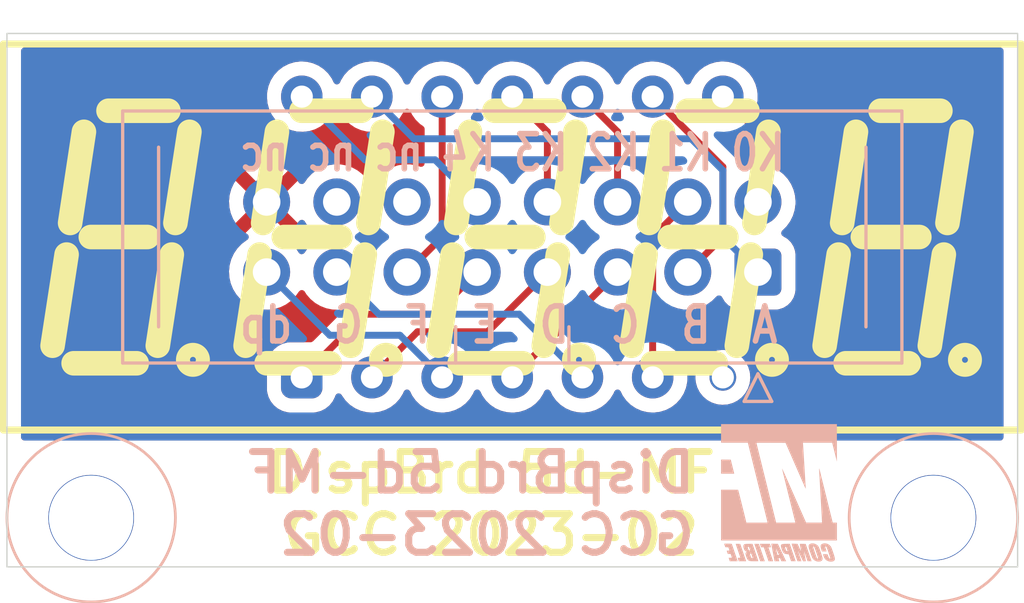
<source format=kicad_pcb>
(kicad_pcb (version 20211014) (generator pcbnew)
  (layers (0 "F.Cu" signal) (31 "B.Cu" signal) (36 "B.SilkS" user "B.Silkscreen") (37 "F.SilkS" user "F.Silkscreen") (38 "B.Mask" user) (39 "F.Mask" user) (44 "Edge.Cuts" user))
  (net 0 "")
  (net 1 "/K_SegA")
  (net 2 "/K_SegB")
  (net 3 "/K_SegC")
  (net 4 "/K_SegDP")
  (net 5 "/A0")
  (net 6 "/K_SegD")
  (net 7 "/K_SegE")
  (net 8 "/K_SegG")
  (net 9 "/K_SegF")
  (net 10 "/A1")
  (net 11 "/A2")
  (net 12 "/A3")
  (net 13 "/A4")
  (net 16 "unconnected-(P6-Pad16)")
  (footprint "GCC_Display:Disp7s5x_036" (layer "F.Cu") (at 69.088 43.18)
    (fp_text reference "S4" hide)
    (fp_text value "LEDDSP5_CA" hide)
    (fp_line (start 4.826 0.635) (end 4.318 3.93446) (layer "F.SilkS") (width 0.889))
    (fp_line (start 8.63346 0.635) (end 8.12546 3.93446) (layer "F.SilkS") (width 0.889))
    (fp_line (start 9.271 -3.80746) (end 8.763 -0.508) (layer "F.SilkS") (width 0.889))
    (fp_line (start -16.129 0.635) (end -16.637 3.93446) (layer "F.SilkS") (width 0.889))
    (fp_line (start 5.45338 -3.80746) (end 4.953 -0.508) (layer "F.SilkS") (width 0.889))
    (fp_line (start -15.50162 -3.80746) (end -16.002 -0.508) (layer "F.SilkS") (width 0.889))
    (fp_line (start -18.41246 6.985) (end 18.41246 6.985) (layer "F.SilkS") (width 0.254))
    (fp_line (start -14.61262 -4.56946) (end -12.446 -4.56946) (layer "F.SilkS") (width 0.889))
    (fp_line (start 5.08 4.56946) (end 7.36346 4.56946) (layer "F.SilkS") (width 0.889))
    (fp_line (start -15.875 4.56946) (end -13.59154 4.56946) (layer "F.SilkS") (width 0.889))
    (fp_line (start -5.33654 0.635) (end -5.84454 3.93446) (layer "F.SilkS") (width 0.889))
    (fp_line (start 7.747 0) (end 5.7023 0) (layer "F.SilkS") (width 0.889))
    (fp_line (start 11.811 0.635) (end 11.303 3.93446) (layer "F.SilkS") (width 0.889))
    (fp_line (start -1.905 4.56946) (end 0.37846 4.56946) (layer "F.SilkS") (width 0.889))
    (fp_line (start 16.256 -3.80746) (end 15.748 -0.508) (layer "F.SilkS") (width 0.889))
    (fp_line (start -18.41246 6.985) (end -18.41246 -6.985) (layer "F.SilkS") (width 0.254))
    (fp_line (start -1.53162 -3.80746) (end -2.032 -0.508) (layer "F.SilkS") (width 0.889))
    (fp_line (start -12.32154 0.635) (end -12.82954 3.93446) (layer "F.SilkS") (width 0.889))
    (fp_line (start -6.223 0) (end -8.2677 0) (layer "F.SilkS") (width 0.889))
    (fp_line (start -13.208 0) (end -15.2527 0) (layer "F.SilkS") (width 0.889))
    (fp_line (start 0.762 0) (end -1.2827 0) (layer "F.SilkS") (width 0.889))
    (fp_line (start 12.065 4.56946) (end 14.34846 4.56946) (layer "F.SilkS") (width 0.889))
    (fp_line (start 1.64846 0.635) (end 1.14046 3.93446) (layer "F.SilkS") (width 0.889))
    (fp_line (start -8.89 4.56946) (end -6.60654 4.56946) (layer "F.SilkS") (width 0.889))
    (fp_line (start 6.34238 -4.56946) (end 8.509 -4.56946) (layer "F.SilkS") (width 0.889))
    (fp_line (start 15.61846 0.635) (end 15.11046 3.93446) (layer "F.SilkS") (width 0.889))
    (fp_line (start 2.286 -3.80746) (end 1.778 -0.508) (layer "F.SilkS") (width 0.889))
    (fp_line (start 13.32738 -4.56946) (end 15.494 -4.56946) (layer "F.SilkS") (width 0.889))
    (fp_line (start -4.699 -3.80746) (end -5.207 -0.508) (layer "F.SilkS") (width 0.889))
    (fp_line (start -11.684 -3.80746) (end -12.192 -0.508) (layer "F.SilkS") (width 0.889))
    (fp_line (start -7.62762 -4.56946) (end -5.461 -4.56946) (layer "F.SilkS") (width 0.889))
    (fp_line (start -2.159 0.635) (end -2.667 3.93446) (layer "F.SilkS") (width 0.889))
    (fp_line (start 18.41246 -6.985) (end -18.41246 -6.985) (layer "F.SilkS") (width 0.254))
    (fp_line (start 14.732 0) (end 12.6873 0) (layer "F.SilkS") (width 0.889))
    (fp_line (start -9.144 0.635) (end -9.652 3.93446) (layer "F.SilkS") (width 0.889))
    (fp_line (start 18.41246 6.985) (end 18.41246 -6.985) (layer "F.SilkS") (width 0.254))
    (fp_line (start 12.43838 -3.80746) (end 11.938 -0.508) (layer "F.SilkS") (width 0.889))
    (fp_line (start -0.64262 -4.56946) (end 1.524 -4.56946) (layer "F.SilkS") (width 0.889))
    (fp_line (start -8.51662 -3.80746) (end -9.017 -0.508) (layer "F.SilkS") (width 0.889))
    (fp_circle (center -11.557 4.445) (end -11.303 4.18846) (layer "F.SilkS") (width 0.508) (fill none))
    (fp_circle (center 9.398 4.445) (end 9.652 4.18846) (layer "F.SilkS") (width 0.508) (fill none))
    (fp_circle (center 2.413 4.445) (end 2.667 4.18846) (layer "F.SilkS") (width 0.508) (fill none))
    (fp_circle (center -4.572 4.445) (end -4.318 4.18846) (layer "F.SilkS") (width 0.508) (fill none))
    (fp_circle (center 16.383 4.445) (end 16.637 4.18846) (layer "F.SilkS") (width 0.508) (fill none))
    (pad "1" thru_hole roundrect locked (at -7.62 5.08 90) (size 1.524 1.50114) (drill 0.8001) (layers *.Cu *.Mask) (net 7 "/K_SegE"))
    (pad "2" thru_hole oval locked (at -5.08 5.08 90) (size 1.524 1.4986) (drill 0.8001) (layers *.Cu *.Mask) (net 6 "/K_SegD"))
    (pad "3" thru_hole oval locked (at -2.54 5.08 90) (size 1.524 1.4986) (drill 0.8001) (layers *.Cu *.Mask) (net 4 "/K_SegDP"))
    (pad "4" thru_hole oval locked (at 0 5.08 90) (size 1.524 1.4986) (drill 0.8001) (layers *.Cu *.Mask) (net 3 "/K_SegC"))
    (pad "5" thru_hole oval locked (at 2.54 5.08 90) (size 1.524 1.4986) (drill 0.8001) (layers *.Cu *.Mask) (net 8 "/K_SegG"))
    (pad "6" thru_hole oval locked (at 5.08 5.08 90) (size 1.524 1.4986) (drill 0.8001) (layers *.Cu *.Mask) (net 10 "/A1"))
    (pad "7" thru_hole oval locked (at 7.62 5.08 90) (size 0.9652 0.9652) (drill 0.8001) (layers *.Cu *.Mask))
    (pad "8" thru_hole oval locked (at 7.62 -5.08 90) (size 1.524 1.4986) (drill 0.8001) (layers *.Cu *.Mask) (net 5 "/A0"))
    (pad "9" thru_hole oval locked (at 5.08 -5.08 90) (size 1.524 1.4986) (drill 0.8001) (layers *.Cu *.Mask) (net 2 "/K_SegB"))
    (pad "10" thru_hole oval locked (at 2.54 -5.08 90) (size 1.524 1.4986) (drill 0.8001) (layers *.Cu *.Mask) (net 11 "/A2"))
    (pad "11" thru_hole oval locked (at 0 -5.08 90) (size 1.524 1.4986) (drill 0.8001) (layers *.Cu *.Mask) (net 12 "/A3"))
    (pad "12" thru_hole oval locked (at -2.53746 -5.08 90) (size 1.524 1.4986) (drill 0.8001) (layers *.Cu *.Mask) (net 9 "/K_SegF"))
    (pad "13" thru_hole oval locked (at -5.08 -5.08 90) (size 1.524 1.4986) (drill 0.8001) (layers *.Cu *.Mask) (net 1 "/K_SegA"))
    (pad "14" thru_hole oval locked (at -7.61746 -5.08 90) (size 1.524 1.4986) (drill 0.8001) (layers *.Cu *.Mask) (net 13 "/A4"))
  )
  (footprint "GCC_holes:Hole3mm" (layer "B.Cu") (at 53.848 53.34)
    (fp_text reference "H7" hide)
    (fp_text value "MountingHole" hide)
    (fp_circle (center 0 0) (end 0 3.048) (layer "B.SilkS") (width 0.1) (fill none))
    (pad "" np_thru_hole circle locked (at 0 0) (size 3.1 3.1) (drill 3.05) (layers F&B.Cu *.Mask))
  )
  (footprint "GCC_holes:Hole3mm" (layer "B.Cu") (at 84.328 53.34)
    (fp_text reference "H8" hide)
    (fp_text value "MountingHole" hide)
    (fp_circle (center 0 0) (end 0 3.048) (layer "B.SilkS") (width 0.1) (fill none))
    (pad "" np_thru_hole circle locked (at 0 0) (size 3.1 3.1) (drill 3.05) (layers F&B.Cu *.Mask))
  )
  (footprint "GCC_Logos:MF_compatible_4.2x5mm" (layer "B.Cu") (at 78.74 52.451 180)
    (fp_text reference "G***")
    (fp_text value "LOGO" hide)
    (fp_poly (pts (xy 1.921737 -1.825681) (xy 1.948728 -1.826294) (xy 1.966702 -1.827486) (xy 1.977171 -1.829382) (xy 1.981649 -1.832112) (xy 1.982116 -1.833769) (xy 1.980159 -1.842719) (xy 1.974894 -1.860077) (xy 1.967228 -1.882965) (xy 1.961715 -1.898534) (xy 1.941314 -1.955004) (xy 1.83248 -1.958456) (xy 1.813915 -2.009761) (xy 1.805636 -2.033562) (xy 1.799259 -2.053649) (xy 1.795744 -2.066918) (xy 1.795351 -2.069788) (xy 1.797864 -2.07428) (xy 1.806767 -2.076983) (xy 1.824106 -2.078263) (xy 1.84399 -2.07851) (xy 1.869515 -2.079045) (xy 1.884519 -2.08081) (xy 1.89049 -2.084046) (xy 1.890627 -2.086041) (xy 1.887907 -2.09482) (xy 1.882305 -2.111995) (xy 1.87481 -2.134552) (xy 1.87087 -2.146288) (xy 1.853114 -2.199003) (xy 1.749693 -2.199003) (xy 1.727241 -2.263769) (xy 1.718309 -2.289933) (xy 1.711079 -2.31187) (xy 1.706349 -2.327113) (xy 1.704885 -2.333052) (xy 1.710524 -2.33496) (xy 1.725639 -2.336469) (xy 1.747659 -2.337386) (xy 1.764501 -2.337571) (xy 1.824022 -2.337571) (xy 1.802156 -2.400788) (xy 1.780289 -2.464006) (xy 1.636559 -2.464047) (xy 1.58954 -2.46393) (xy 1.553437 -2.463509) (xy 1.527122 -2.462723) (xy 1.509465 -2.461512) (xy 1.499335 -2.459816) (xy 1.495604 -2.457576) (xy 1.495632 -2.456558) (xy 1.498053 -2.449573) (xy 1.503982 -2.432252) (xy 1.513056 -2.40567) (xy 1.524909 -2.370898) (xy 1.539174 -2.329012) (xy 1.555486 -2.281083) (xy 1.573479 -2.228187) (xy 1.592788 -2.171396) (xy 1.603119 -2.141002) (xy 1.707801 -1.832978) (xy 1.747058 -1.829269) (xy 1.767034 -1.827967) (xy 1.795836 -1.826859) (xy 1.830237 -1.826034) (xy 1.867015 -1.825578) (xy 1.884215 -1.825517)) (layer "B.SilkS") (width 0) (fill solid))
    (fp_poly (pts (xy -1.175342 -1.818897) (xy -1.135408 -1.829202) (xy -1.105353 -1.845869) (xy -1.084987 -1.869241) (xy -1.074121 -1.899658) (xy -1.072568 -1.937462) (xy -1.080137 -1.982995) (xy -1.081538 -1.988566) (xy -1.087736 -2.010143) (xy -1.097193 -2.04012) (xy -1.109179 -2.076425) (xy -1.122963 -2.116988) (xy -1.137815 -2.159737) (xy -1.153002 -2.202602) (xy -1.167796 -2.243511) (xy -1.181464 -2.280393) (xy -1.193276 -2.311179) (xy -1.202501 -2.333796) (xy -1.206411 -2.342422) (xy -1.23366 -2.384771) (xy -1.270153 -2.420669) (xy -1.314235 -2.448803) (xy -1.364252 -2.467859) (xy -1.364587 -2.467949) (xy -1.393164 -2.473052) (xy -1.426739 -2.475251) (xy -1.460874 -2.474588) (xy -1.491133 -2.471107) (xy -1.509 -2.466533) (xy -1.540742 -2.449525) (xy -1.562778 -2.425435) (xy -1.574951 -2.394532) (xy -1.576945 -2.35982) (xy -1.415358 -2.35982) (xy -1.412806 -2.366201) (xy -1.404287 -2.367682) (xy -1.402439 -2.367694) (xy -1.387 -2.363336) (xy -1.376753 -2.355774) (xy -1.372001 -2.346959) (xy -1.364211 -2.328347) (xy -1.35394 -2.301584) (xy -1.341745 -2.268317) (xy -1.328183 -2.230191) (xy -1.313809 -2.188852) (xy -1.299182 -2.145946) (xy -1.284858 -2.103118) (xy -1.271392 -2.062015) (xy -1.259343 -2.024282) (xy -1.249266 -1.991566) (xy -1.241719 -1.965512) (xy -1.237257 -1.947766) (xy -1.236299 -1.940505) (xy -1.240942 -1.92694) (xy -1.250341 -1.924387) (xy -1.264597 -1.93283) (xy -1.267272 -1.935143) (xy -1.272671 -1.941783) (xy -1.279162 -1.95347) (xy -1.287154 -1.971242) (xy -1.297059 -1.996139) (xy -1.309284 -2.029201) (xy -1.32424 -2.071466) (xy -1.342337 -2.123974) (xy -1.346352 -2.135744) (xy -1.361931 -2.18184) (xy -1.376356 -2.225195) (xy -1.389127 -2.264257) (xy -1.399744 -2.29747) (xy -1.407707 -2.32328) (xy -1.412517 -2.340133) (xy -1.413651 -2.345102) (xy -1.415358 -2.35982) (xy -1.576945 -2.35982) (xy -1.577102 -2.357084) (xy -1.57662 -2.351575) (xy -1.573489 -2.335322) (xy -1.566773 -2.309671) (xy -1.557104 -2.27651) (xy -1.545111 -2.237726) (xy -1.531428 -2.19521) (xy -1.516684 -2.150849) (xy -1.501512 -2.106532) (xy -1.486542 -2.064148) (xy -1.472406 -2.025585) (xy -1.459736 -1.992732) (xy -1.449163 -1.967477) (xy -1.445771 -1.960151) (xy -1.425991 -1.924243) (xy -1.405082 -1.897123) (xy -1.393336 -1.885714) (xy -1.347878 -1.852943) (xy -1.297934 -1.830146) (xy -1.245407 -1.817904) (xy -1.192199 -1.816803)) (layer "B.SilkS") (width 0) (fill solid))
    (fp_poly (pts (xy 2.096584 0.704886) (xy 1.619678 0.704886) (xy 1.623942 0.724301) (xy 1.6263 0.734308) (xy 1.631221 0.754636) (xy 1.638368 0.783911) (xy 1.647404 0.820758) (xy 1.657992 0.863803) (xy 1.669794 0.911672) (xy 1.682473 0.962992) (xy 1.686395 0.978844) (xy 1.744583 1.213971) (xy 1.920584 1.215568) (xy 2.096584 1.217165)) (layer "B.SilkS") (width 0) (fill solid))
    (fp_poly (pts (xy 1.036267 -1.831876) (xy 1.073292 -1.832224) (xy 1.094983 -1.832512) (xy 1.139937 -1.833261) (xy 1.174501 -1.834122) (xy 1.200332 -1.83524) (xy 1.219091 -1.836754) (xy 1.232434 -1.838809) (xy 1.242021 -1.841545) (xy 1.249511 -1.845105) (xy 1.250808 -1.845871) (xy 1.272377 -1.864597) (xy 1.285094 -1.889649) (xy 1.289048 -1.921607) (xy 1.284328 -1.96105) (xy 1.274371 -1.998372) (xy 1.260668 -2.036173) (xy 1.245611 -2.064394) (xy 1.226979 -2.085474) (xy 1.202549 -2.101852) (xy 1.170098 -2.115967) (xy 1.165773 -2.117548) (xy 1.158043 -2.121056) (xy 1.160416 -2.124215) (xy 1.168782 -2.127673) (xy 1.189086 -2.138261) (xy 1.202745 -2.152651) (xy 1.209874 -2.172046) (xy 1.210584 -2.197649) (xy 1.20499 -2.230662) (xy 1.193202 -2.272287) (xy 1.184716 -2.297582) (xy 1.16675 -2.345182) (xy 1.149172 -2.382297) (xy 1.1307 -2.410375) (xy 1.110051 -2.430865) (xy 1.085946 -2.445214) (xy 1.057101 -2.45487) (xy 1.042765 -2.45797) (xy 1.027781 -2.459754) (xy 1.004523 -2.461236) (xy 0.974958 -2.462407) (xy 0.941057 -2.463262) (xy 0.904787 -2.463791) (xy 0.868117 -2.463987) (xy 0.833016 -2.463843) (xy 0.801451 -2.46335) (xy 0.775393 -2.462502) (xy 0.756809 -2.46129) (xy 0.747668 -2.459707) (xy 0.747059 -2.459119) (xy 0.748948 -2.452635) (xy 0.754381 -2.435807) (xy 0.763001 -2.409694) (xy 0.774455 -2.375354) (xy 0.78467 -2.344919) (xy 0.953566 -2.344919) (xy 0.95452 -2.352199) (xy 0.958568 -2.354893) (xy 0.965558 -2.354134) (xy 0.975341 -2.351052) (xy 0.98066 -2.349192) (xy 0.992232 -2.342815) (xy 1.002693 -2.331243) (xy 1.012993 -2.312803) (xy 1.024082 -2.285819) (xy 1.03584 -2.251875) (xy 1.044362 -2.222681) (xy 1.047209 -2.20265) (xy 1.044169 -2.190202) (xy 1.035028 -2.183759) (xy 1.026404 -2.182106) (xy 1.012978 -2.182373) (xy 1.005353 -2.188765) (xy 1.000444 -2.20018) (xy 0.983682 -2.247342) (xy 0.970763 -2.284266) (xy 0.961537 -2.312083) (xy 0.955855 -2.331924) (xy 0.953566 -2.344919) (xy 0.78467 -2.344919) (xy 0.788387 -2.333844) (xy 0.804443 -2.286223) (xy 0.822268 -2.233549) (xy 0.841508 -2.176879) (xy 0.85249 -2.14461) (xy 0.872337 -2.086302) (xy 0.877545 -2.070979) (xy 1.043808 -2.070979) (xy 1.045081 -2.077542) (xy 1.053759 -2.07903) (xy 1.066629 -2.076075) (xy 1.080484 -2.069308) (xy 1.089759 -2.061942) (xy 1.100924 -2.046284) (xy 1.112345 -2.022896) (xy 1.120169 -2.001711) (xy 1.127675 -1.974243) (xy 1.129098 -1.955892) (xy 1.124015 -1.945141) (xy 1.112007 -1.940472) (xy 1.103058 -1.939943) (xy 1.095709 -1.940698) (xy 1.089898 -1.944308) (xy 1.084442 -1.952788) (xy 1.078159 -1.968151) (xy 1.069866 -1.992413) (xy 1.06682 -2.001696) (xy 1.058278 -2.02773) (xy 1.05096 -2.049852) (xy 1.045771 -2.06533) (xy 1.043808 -2.070979) (xy 0.877545 -2.070979) (xy 0.890965 -2.031494) (xy 0.90802 -1.981234) (xy 0.92315 -1.936567) (xy 0.936001 -1.898539) (xy 0.946217 -1.868196) (xy 0.953447 -1.846586) (xy 0.957336 -1.834754) (xy 0.957922 -1.832791) (xy 0.963664 -1.832224) (xy 0.979763 -1.83188) (xy 1.004527 -1.831763)) (layer "B.SilkS") (width 0) (fill solid))
    (fp_poly (pts (xy -1.599314 -1.821431) (xy -1.562207 -1.834941) (xy -1.534375 -1.85194) (xy -1.516856 -1.872029) (xy -1.508344 -1.897557) (xy -1.507531 -1.93087) (xy -1.507676 -1.932873) (xy -1.510919 -1.955524) (xy -1.517281 -1.985183) (xy -1.525755 -2.017536) (xy -1.532853 -2.040856) (xy -1.554968 -2.108633) (xy -1.634995 -2.108633) (xy -1.664847 -2.108387) (xy -1.690177 -2.107714) (xy -1.708645 -2.10671) (xy -1.717908 -2.105471) (xy -1.718471 -2.105184) (xy -1.717907 -2.098537) (xy -1.713983 -2.082671) (xy -1.707302 -2.059744) (xy -1.69847 -2.031917) (xy -1.695301 -2.02237) (xy -1.685825 -1.993003) (xy -1.678267 -1.967415) (xy -1.673257 -1.94791) (xy -1.671423 -1.936791) (xy -1.67158 -1.935449) (xy -1.679579 -1.929018) (xy -1.693166 -1.928622) (xy -1.707793 -1.933788) (xy -1.715831 -1.940044) (xy -1.720522 -1.948622) (xy -1.728428 -1.967146) (xy -1.738986 -1.994121) (xy -1.751633 -2.028052) (xy -1.765804 -2.067444) (xy -1.780937 -2.110801) (xy -1.78795 -2.131327) (xy -1.807649 -2.189406) (xy -1.823714 -2.237096) (xy -1.836376 -2.27542) (xy -1.845864 -2.305401) (xy -1.852408 -2.328065) (xy -1.856237 -2.344434) (xy -1.857581 -2.355533) (xy -1.85667 -2.362384) (xy -1.853732 -2.366012) (xy -1.848999 -2.367441) (xy -1.8427 -2.367695) (xy -1.840968 -2.367694) (xy -1.830168 -2.365682) (xy -1.820379 -2.358654) (xy -1.810626 -2.345122) (xy -1.799937 -2.323599) (xy -1.787339 -2.292598) (xy -1.781238 -2.276376) (xy -1.755933 -2.20804) (xy -1.67823 -2.206347) (xy -1.648641 -2.206093) (xy -1.623399 -2.206613) (xy -1.604952 -2.207803) (xy -1.595748 -2.209559) (xy -1.59533 -2.20985) (xy -1.595315 -2.217196) (xy -1.59915 -2.233039) (xy -1.605938 -2.254801) (xy -1.614783 -2.279904) (xy -1.62479 -2.30577) (xy -1.63506 -2.32982) (xy -1.642231 -2.344788) (xy -1.670431 -2.387095) (xy -1.70731 -2.422152) (xy -1.751438 -2.449266) (xy -1.801386 -2.467746) (xy -1.855723 -2.4769) (xy -1.91302 -2.476036) (xy -1.913327 -2.476004) (xy -1.950329 -2.46813) (xy -1.981815 -2.453607) (xy -2.005376 -2.433734) (xy -2.013588 -2.421916) (xy -2.01954 -2.40836) (xy -2.022921 -2.392942) (xy -2.023503 -2.374423) (xy -2.021056 -2.351563) (xy -2.015353 -2.323125) (xy -2.006167 -2.287869) (xy -1.993267 -2.244557) (xy -1.976428 -2.19195) (xy -1.964719 -2.15655) (xy -1.949713 -2.112225) (xy -1.934881 -2.069624) (xy -1.920929 -2.030687) (xy -1.908563 -1.997354) (xy -1.898491 -1.971562) (xy -1.891418 -1.955252) (xy -1.891309 -1.955031) (xy -1.864789 -1.913739) (xy -1.830003 -1.878681) (xy -1.788873 -1.850559) (xy -1.743318 -1.830071) (xy -1.69526 -1.81792) (xy -1.646618 -1.814806)) (layer "B.SilkS") (width 0) (fill solid))
    (fp_poly (pts (xy -0.463819 -1.827622) (xy -0.458836 -1.828537) (xy -0.458458 -1.830721) (xy -0.459267 -1.835951) (xy -0.461492 -1.84493) (xy -0.465364 -1.858359) (xy -0.471115 -1.87694) (xy -0.478975 -1.901377) (xy -0.489175 -1.932371) (xy -0.501947 -1.970624) (xy -0.51752 -2.016839) (xy -0.536125 -2.071717) (xy -0.557994 -2.135962) (xy -0.583357 -2.210274) (xy -0.608853 -2.284855) (xy -0.67016 -2.464089) (xy -0.741745 -2.464089) (xy -0.769507 -2.463885) (xy -0.792252 -2.463329) (xy -0.80764 -2.462506) (xy -0.81333 -2.461501) (xy -0.81333 -2.461495) (xy -0.811458 -2.455383) (xy -0.806141 -2.439199) (xy -0.797825 -2.414274) (xy -0.786957 -2.381937) (xy -0.773985 -2.343521) (xy -0.759355 -2.300356) (xy -0.747187 -2.264561) (xy -0.731634 -2.218707) (xy -0.717463 -2.176628) (xy -0.705111 -2.139643) (xy -0.695013 -2.10907) (xy -0.687607 -2.086231) (xy -0.683329 -2.072443) (xy -0.682444 -2.068821) (xy -0.685234 -2.073746) (xy -0.69256 -2.088382) (xy -0.703844 -2.111527) (xy -0.718509 -2.141983) (xy -0.735975 -2.178547) (xy -0.755666 -2.22002) (xy -0.777004 -2.265203) (xy -0.777204 -2.265628) (xy -0.870565 -2.463835) (xy -0.923686 -2.463962) (xy -0.949078 -2.4638) (xy -0.964555 -2.462867) (xy -0.97225 -2.460721) (xy -0.974293 -2.456918) (xy -0.97366 -2.453546) (xy -0.971025 -2.442641) (xy -0.966735 -2.422471) (xy -0.961123 -2.394797) (xy -0.954523 -2.361379) (xy -0.947266 -2.32398) (xy -0.939686 -2.28436) (xy -0.932115 -2.24428) (xy -0.924886 -2.205501) (xy -0.918331 -2.169785) (xy -0.912784 -2.138892) (xy -0.908577 -2.114584) (xy -0.906043 -2.098621) (xy -0.905501 -2.092776) (xy -0.907959 -2.097648) (xy -0.913779 -2.112625) (xy -0.92249 -2.136389) (xy -0.933621 -2.167621) (xy -0.946699 -2.205003) (xy -0.961252 -2.247217) (xy -0.97096 -2.275682) (xy -1.03393 -2.461077) (xy -1.107101 -2.462766) (xy -1.180273 -2.464455) (xy -1.092558 -2.206717) (xy -1.073639 -2.151126) (xy -1.05523 -2.097034) (xy -1.048926 -2.07851) (xy -0.9037 -2.07851) (xy -0.901496 -2.083469) (xy -0.899684 -2.082527) (xy -0.898963 -2.075377) (xy -0.899684 -2.074494) (xy -0.903265 -2.075321) (xy -0.9037 -2.07851) (xy -1.048926 -2.07851) (xy -1.037841 -2.045938) (xy -1.021982 -1.999338) (xy -1.008162 -1.95873) (xy -0.996891 -1.925611) (xy -0.988679 -1.901481) (xy -0.985366 -1.891745) (xy -0.965889 -1.834511) (xy -0.859486 -1.832866) (xy -0.821018 -1.832377) (xy -0.79299 -1.832358) (xy -0.773801 -1.83293) (xy -0.761847 -1.834211) (xy -0.755525 -1.836323) (xy -0.753232 -1.839385) (xy -0.753084 -1.840838) (xy -0.754213 -1.849436) (xy -0.757369 -1.867935) (xy -0.7622 -1.894424) (xy -0.768355 -1.926991) (xy -0.775484 -1.963725) (xy -0.777541 -1.974164) (xy -0.784722 -2.011123) (xy -0.790849 -2.043898) (xy -0.795612 -2.070718) (xy -0.798699 -2.089813) (xy -0.7998 -2.099413) (xy -0.79969 -2.100183) (xy -0.796627 -2.095611) (xy -0.78923 -2.08154) (xy -0.778209 -2.059413) (xy -0.764274 -2.030671) (xy -0.748136 -1.996759) (xy -0.734566 -1.967842) (xy -0.671751 -1.833193) (xy -0.56728 -1.828875) (xy -0.53298 -1.827685) (xy -0.502948 -1.827075) (xy -0.479217 -1.827052)) (layer "B.SilkS") (width 0) (fill solid))
    (fp_poly (pts (xy 1.539072 -1.832697) (xy 1.557093 -1.833406) (xy 1.565896 -1.834558) (xy 1.566414 -1.834975) (xy 1.564555 -1.841022) (xy 1.5593 -1.857052) (xy 1.551129 -1.88164) (xy 1.540525 -1.913361) (xy 1.527968 -1.950789) (xy 1.513939 -1.992499) (xy 1.498921 -2.037066) (xy 1.483394 -2.083065) (xy 1.467839 -2.12907) (xy 1.452739 -2.173657) (xy 1.438573 -2.2154) (xy 1.425824 -2.252873) (xy 1.414973 -2.284653) (xy 1.4065 -2.309313) (xy 1.400888 -2.325428) (xy 1.39923 -2.33004) (xy 1.401001 -2.33397) (xy 1.410897 -2.336352) (xy 1.430454 -2.337436) (xy 1.445276 -2.337571) (xy 1.467823 -2.338049) (xy 1.484861 -2.339322) (xy 1.493558 -2.341145) (xy 1.494118 -2.34178) (xy 1.492347 -2.348935) (xy 1.487568 -2.36491) (xy 1.480581 -2.387092) (xy 1.474762 -2.405039) (xy 1.455407 -2.464089) (xy 1.187563 -2.464089) (xy 1.269193 -2.224608) (xy 1.287831 -2.169918) (xy 1.306256 -2.115822) (xy 1.323883 -2.064048) (xy 1.340124 -2.016321) (xy 1.354391 -1.974368) (xy 1.366097 -1.939914) (xy 1.374655 -1.914687) (xy 1.376302 -1.909819) (xy 1.401782 -1.834511) (xy 1.484098 -1.832835) (xy 1.514013 -1.832488)) (layer "B.SilkS") (width 0) (fill solid))
    (fp_poly (pts (xy 2.096584 1.825475) (xy 1.127077 1.825475) (xy 1.12109 1.802882) (xy 1.11581 1.781949) (xy 1.110232 1.758398) (xy 1.109052 1.753179) (xy 1.106693 1.743244) (xy 1.10166 1.722536) (xy 1.09418 1.691977) (xy 1.084481 1.652487) (xy 1.072789 1.604989) (xy 1.059331 1.550404) (xy 1.044335 1.489653) (xy 1.028028 1.423659) (xy 1.010636 1.353342) (xy 0.992388 1.279625) (xy 0.982095 1.23807) (xy 0.960997 1.152904) (xy 0.938801 1.063286) (xy 0.915962 0.971055) (xy 0.892936 0.878048) (xy 0.870177 0.786107) (xy 0.848141 0.697069) (xy 0.827284 0.612773) (xy 0.808059 0.53506) (xy 0.790924 0.465767) (xy 0.779292 0.418715) (xy 0.765265 0.361975) (xy 0.748722 0.295087) (xy 0.730048 0.219598) (xy 0.709623 0.137056) (xy 0.687833 0.049008) (xy 0.665059 -0.042998) (xy 0.641685 -0.137415) (xy 0.618093 -0.232696) (xy 0.594667 -0.327292) (xy 0.571791 -0.419657) (xy 0.55655 -0.481182) (xy 0.536589 -0.561839) (xy 0.517472 -0.639251) (xy 0.499395 -0.712609) (xy 0.482558 -0.781104) (xy 0.467157 -0.843926) (xy 0.453389 -0.900265) (xy 0.441454 -0.949313) (xy 0.431547 -0.99026) (xy 0.423868 -1.022297) (xy 0.418612 -1.044615) (xy 0.415979 -1.056403) (xy 0.415702 -1.058044) (xy 0.417252 -1.05976) (xy 0.422443 -1.06123) (xy 0.432085 -1.062474) (xy 0.446989 -1.063508) (xy 0.467965 -1.06435) (xy 0.495823 -1.065018) (xy 0.531373 -1.065529) (xy 0.575427 -1.065901) (xy 0.628794 -1.066152) (xy 0.692286 -1.0663) (xy 0.766711 -1.066361) (xy 0.797666 -1.066366) (xy 1.17963 -1.066366) (xy 1.204373 -0.965453) (xy 1.233853 -0.845388) (xy 1.262266 -0.729993) (xy 1.28949 -0.61976) (xy 1.3154 -0.515182) (xy 1.339871 -0.41675) (xy 1.36278 -0.324958) (xy 1.384002 -0.240298) (xy 1.403413 -0.163261) (xy 1.420889 -0.09434) (xy 1.436306 -0.034028) (xy 1.44954 0.017183) (xy 1.460467 0.058801) (xy 1.468961 0.090334) (xy 1.474901 0.11129) (xy 1.47816 0.121175) (xy 1.478596 0.121908) (xy 1.485722 0.122772) (xy 1.503733 0.123583) (xy 1.531465 0.124326) (xy 1.567752 0.124983) (xy 1.611431 0.125537) (xy 1.661337 0.125972) (xy 1.716305 0.126271) (xy 1.775172 0.126416) (xy 1.790832 0.126426) (xy 2.096584 0.126518) (xy 2.096584 -1.711005) (xy -2.096584 -1.711005) (xy -2.096584 -1.066366) (xy -1.946432 -1.066366) (xy -1.940139 -1.042996) (xy -1.937648 -1.033278) (xy -1.932517 -1.012885) (xy -1.925003 -0.98284) (xy -1.915358 -0.944164) (xy -1.903838 -0.89788) (xy -1.890697 -0.845009) (xy -1.876189 -0.786574) (xy -1.860568 -0.723598) (xy -1.844089 -0.657101) (xy -1.834842 -0.619763) (xy -1.816649 -0.546293) (xy -1.796065 -0.463187) (xy -1.773601 -0.372504) (xy -1.749767 -0.276303) (xy -1.725073 -0.176642) (xy -1.700029 -0.075582) (xy -1.675146 0.024821) (xy -1.650934 0.122505) (xy -1.627902 0.215413) (xy -1.612599 0.277135) (xy -1.593576 0.353885) (xy -1.575127 0.428365) (xy -1.557496 0.499591) (xy -1.540927 0.566579) (xy -1.525661 0.628344) (xy -1.511943 0.683902) (xy -1.500015 0.732269) (xy -1.490121 0.77246) (xy -1.482503 0.803491) (xy -1.477405 0.824377) (xy -1.475711 0.831404) (xy -1.469357 0.856535) (xy -1.463431 0.877326) (xy -1.458786 0.890907) (xy -1.457003 0.894362) (xy -1.455242 0.89534) (xy -1.453898 0.893297) (xy -1.452998 0.887418) (xy -1.452571 0.87689) (xy -1.452645 0.860899) (xy -1.453247 0.838632) (xy -1.454407 0.809275) (xy -1.456152 0.772015) (xy -1.458511 0.726037) (xy -1.46151 0.670528) (xy -1.46518 0.604674) (xy -1.469547 0.527662) (xy -1.46987 0.521998) (xy -1.47375 0.453933) (xy -1.478167 0.376378) (xy -1.482975 0.291871) (xy -1.48803 0.202952) (xy -1.493188 0.112161) (xy -1.498305 0.022036) (xy -1.503236 -0.064883) (xy -1.507837 -0.146056) (xy -1.509119 -0.16869) (xy -1.513438 -0.244923) (xy -1.518003 -0.325456) (xy -1.522691 -0.408105) (xy -1.527378 -0.490682) (xy -1.531939 -0.571001) (xy -1.53625 -0.646877) (xy -1.540187 -0.716122) (xy -1.543627 -0.776551) (xy -1.545035 -0.801281) (xy -1.548027 -0.855671) (xy -1.550604 -0.906331) (xy -1.552718 -0.951996) (xy -1.554321 -0.991404) (xy -1.555363 -1.023291) (xy -1.555795 -1.046394) (xy -1.555568 -1.059449) (xy -1.555129 -1.061907) (xy -1.548374 -1.062797) (xy -1.530767 -1.063565) (xy -1.503506 -1.064198) (xy -1.467788 -1.064685) (xy -1.42481 -1.065012) (xy -1.37577 -1.065167) (xy -1.321864 -1.065138) (xy -1.265549 -1.064919) (xy -0.980468 -1.063354) (xy -0.711001 -0.45185) (xy -0.670979 -0.361031) (xy -0.629427 -0.266744) (xy -0.58696 -0.170382) (xy -0.544193 -0.073344) (xy -0.501741 0.022977) (xy -0.460219 0.117184) (xy -0.420243 0.207882) (xy -0.382427 0.293674) (xy -0.347387 0.373165) (xy -0.315738 0.44496) (xy -0.288095 0.507662) (xy -0.278636 0.529117) (xy -0.250962 0.591681) (xy -0.224664 0.650742) (xy -0.200146 0.705416) (xy -0.177814 0.754818) (xy -0.158073 0.798064) (xy -0.141327 0.834269) (xy -0.127982 0.862549) (xy -0.118442 0.88202) (xy -0.113112 0.891797) (xy -0.112138 0.892754) (xy -0.111964 0.89089) (xy -0.11246 0.886527) (xy -0.113737 0.879215) (xy -0.115904 0.868502) (xy -0.11907 0.853938) (xy -0.123346 0.835072) (xy -0.128841 0.811453) (xy -0.135666 0.78263) (xy -0.143929 0.748154) (xy -0.153742 0.707572) (xy -0.165213 0.660435) (xy -0.178452 0.606291) (xy -0.19357 0.54469) (xy -0.210675 0.475181) (xy -0.229879 0.397314) (xy -0.25129 0.310637) (xy -0.275019 0.214699) (xy -0.301175 0.109051) (xy -0.329868 -0.006759) (xy -0.361208 -0.133181) (xy -0.395304 -0.270667) (xy -0.409611 -0.328344) (xy -0.438765 -0.445899) (xy -0.465084 -0.552088) (xy -0.488647 -0.647237) (xy -0.509535 -0.73167) (xy -0.527827 -0.805712) (xy -0.543605 -0.86969) (xy -0.556946 -0.923928) (xy -0.567933 -0.968752) (xy -0.576645 -1.004487) (xy -0.583161 -1.031458) (xy -0.587562 -1.04999) (xy -0.589929 -1.06041) (xy -0.590418 -1.063064) (xy -0.58457 -1.063668) (xy -0.567738 -1.064237) (xy -0.540984 -1.064759) (xy -0.505373 -1.065226) (xy -0.461969 -1.065626) (xy -0.411836 -1.06595) (xy -0.356038 -1.066188) (xy -0.295639 -1.066329) (xy -0.244231 -1.066366) (xy 0.101955 -1.066366) (xy 0.108001 -1.043773) (xy 0.110354 -1.034546) (xy 0.115372 -1.014532) (xy 0.122829 -0.984643) (xy 0.132498 -0.945789) (xy 0.144154 -0.898882) (xy 0.157571 -0.844832) (xy 0.172522 -0.78455) (xy 0.18878 -0.718947) (xy 0.206121 -0.648935) (xy 0.224318 -0.575424) (xy 0.234769 -0.533183) (xy 0.256891 -0.443762) (xy 0.280908 -0.346689) (xy 0.306255 -0.244241) (xy 0.33237 -0.138699) (xy 0.358688 -0.03234) (xy 0.384645 0.072556) (xy 0.409678 0.173711) (xy 0.433222 0.268847) (xy 0.454714 0.355684) (xy 0.464351 0.394616) (xy 0.502601 0.54916) (xy 0.538051 0.692417) (xy 0.570802 0.824795) (xy 0.600953 0.946701) (xy 0.628604 1.058543) (xy 0.653856 1.160729) (xy 0.676809 1.253667) (xy 0.697564 1.337764) (xy 0.716219 1.413429) (xy 0.732875 1.481069) (xy 0.747634 1.541092) (xy 0.760593 1.593906) (xy 0.771855 1.639919) (xy 0.781519 1.679538) (xy 0.789685 1.713172) (xy 0.796453 1.741227) (xy 0.801923 1.764113) (xy 0.806197 1.782237) (xy 0.809373 1.796006) (xy 0.811552 1.805829) (xy 0.812834 1.812113) (xy 0.81332 1.815266) (xy 0.81333 1.815526) (xy 0.812682 1.817276) (xy 0.810248 1.818805) (xy 0.805288 1.820124) (xy 0.797068 1.821247) (xy 0.784849 1.822184) (xy 0.767893 1.822947) (xy 0.745465 1.823549) (xy 0.716826 1.824002) (xy 0.681239 1.824316) (xy 0.637968 1.824505) (xy 0.586274 1.82458) (xy 0.525421 1.824553) (xy 0.454671 1.824436) (xy 0.373288 1.82424) (xy 0.288409 1.824002) (xy -0.236512 1.822462) (xy -0.590921 1.012145) (xy -0.640537 0.898703) (xy -0.685548 0.79579) (xy -0.72618 0.702897) (xy -0.76266 0.619512) (xy -0.795213 0.545128) (xy -0.824066 0.479233) (xy -0.849444 0.421318) (xy -0.871574 0.370873) (xy -0.890681 0.327389) (xy -0.906992 0.290355) (xy -0.920733 0.259262) (xy -0.932129 0.233601) (xy -0.941407 0.21286) (xy -0.948793 0.196532) (xy -0.954512 0.184105) (xy -0.958791 0.17507) (xy -0.961856 0.168917) (xy -0.963933 0.165137) (xy -0.965247 0.163219) (xy -0.966025 0.162655) (xy -0.966493 0.162933) (xy -0.966877 0.163545) (xy -0.967062 0.163773) (xy -0.967341 0.1702) (xy -0.966909 0.18719) (xy -0.965834 0.213285) (xy -0.964186 0.247022) (xy -0.962033 0.286943) (xy -0.959445 0.331586) (xy -0.957974 0.355802) (xy -0.953534 0.427911) (xy -0.948487 0.510133) (xy -0.94295 0.600551) (xy -0.937038 0.69725) (xy -0.93087 0.798315) (xy -0.92456 0.901831) (xy -0.918227 1.005881) (xy -0.911986 1.108551) (xy -0.905955 1.207924) (xy -0.900249 1.302086) (xy -0.894987 1.389122) (xy -0.890283 1.467114) (xy -0.888658 1.494118) (xy -0.885325 1.549099) (xy -0.88207 1.601954) (xy -0.878992 1.651101) (xy -0.876195 1.694954) (xy -0.873778 1.73193) (xy -0.871844 1.760444) (xy -0.870493 1.778914) (xy -0.870257 1.781796) (xy -0.866524 1.825475) (xy -1.925416 1.825475) (xy -2.010549 1.483575) (xy -2.095683 1.141675) (xy -2.096134 1.820956) (xy -2.096584 2.500237) (xy 2.096584 2.500237)) (layer "B.SilkS") (width 0) (fill solid))
    (fp_poly (pts (xy 0.669518 -1.894716) (xy 0.647652 -1.957934) (xy 0.598698 -1.957975) (xy 0.549743 -1.958017) (xy 0.378055 -2.464089) (xy 0.211783 -2.464089) (xy 0.289182 -2.236658) (xy 0.306526 -2.18573) (xy 0.322982 -2.137483) (xy 0.338071 -2.093315) (xy 0.351315 -2.054623) (xy 0.362234 -2.022805) (xy 0.37035 -1.999259) (xy 0.375185 -1.985382) (xy 0.375813 -1.983622) (xy 0.385044 -1.958017) (xy 0.337114 -1.958017) (xy 0.3148 -1.95753) (xy 0.298021 -1.956236) (xy 0.289638 -1.954386) (xy 0.289184 -1.953808) (xy 0.290955 -1.946652) (xy 0.295733 -1.930678) (xy 0.302721 -1.908496) (xy 0.308539 -1.890548) (xy 0.327894 -1.831499) (xy 0.691384 -1.831499)) (layer "B.SilkS") (width 0) (fill solid))
    (fp_poly (pts (xy -0.259538 -1.832594) (xy -0.209481 -1.833614) (xy -0.170014 -1.835268) (xy -0.139681 -1.837915) (xy -0.117028 -1.841918) (xy -0.100597 -1.847634) (xy -0.088934 -1.855427) (xy -0.080583 -1.865655) (xy -0.074167 -1.878487) (xy -0.069932 -1.891814) (xy -0.068492 -1.906641) (xy -0.070157 -1.924929) (xy -0.075239 -1.94864) (xy -0.084049 -1.979734) (xy -0.0964 -2.018653) (xy -0.114478 -2.070455) (xy -0.132062 -2.111654) (xy -0.150561 -2.143544) (xy -0.171384 -2.167421) (xy -0.195939 -2.18458) (xy -0.225635 -2.196316) (xy -0.26188 -2.203924) (xy -0.302818 -2.208439) (xy -0.352503 -2.21247) (xy -0.394913 -2.336773) (xy -0.437322 -2.461077) (xy -0.520606 -2.462757) (xy -0.554862 -2.463223) (xy -0.578562 -2.462932) (xy -0.593179 -2.461774) (xy -0.600189 -2.459638) (xy -0.601194 -2.456733) (xy -0.598805 -2.449713) (xy -0.592922 -2.432351) (xy -0.583907 -2.405719) (xy -0.572125 -2.370891) (xy -0.557938 -2.32894) (xy -0.541708 -2.280939) (xy -0.5238 -2.227961) (xy -0.504575 -2.171078) (xy -0.494022 -2.139852) (xy -0.479401 -2.096584) (xy -0.312393 -2.096584) (xy -0.294764 -2.096584) (xy -0.277754 -2.092762) (xy -0.26583 -2.08528) (xy -0.259145 -2.074865) (xy -0.250335 -2.056019) (xy -0.240768 -2.031843) (xy -0.235141 -2.015789) (xy -0.225526 -1.984301) (xy -0.221268 -1.962379) (xy -0.22256 -1.948702) (xy -0.229593 -1.94195) (xy -0.242561 -1.940803) (xy -0.246002 -1.941144) (xy -0.252463 -1.942879) (xy -0.258076 -1.947573) (xy -0.263787 -1.957058) (xy -0.270545 -1.973163) (xy -0.279299 -1.99772) (xy -0.286739 -2.01977) (xy -0.312393 -2.096584) (xy -0.479401 -2.096584) (xy -0.389546 -1.830677)) (layer "B.SilkS") (width 0) (fill solid))
    (fp_poly (pts (xy 0.867887 -1.832658) (xy 0.882446 -1.833822) (xy 0.889404 -1.835968) (xy 0.890378 -1.838855) (xy 0.887989 -1.845876) (xy 0.882105 -1.863238) (xy 0.873092 -1.889868) (xy 0.861311 -1.924692) (xy 0.847126 -1.966636) (xy 0.8309 -2.014627) (xy 0.812996 -2.06759) (xy 0.793778 -2.124452) (xy 0.783345 -2.155325) (xy 0.679008 -2.464089) (xy 0.512783 -2.464089) (xy 0.600436 -2.206534) (xy 0.619349 -2.150961) (xy 0.637752 -2.096885) (xy 0.655135 -2.045807) (xy 0.670988 -1.999224) (xy 0.684801 -1.958634) (xy 0.696064 -1.925536) (xy 0.704268 -1.901429) (xy 0.707563 -1.891745) (xy 0.727037 -1.834511) (xy 0.810056 -1.83283) (xy 0.844249 -1.832364)) (layer "B.SilkS") (width 0) (fill solid))
    (fp_poly (pts (xy 0.269216 -1.828257) (xy 0.277277 -1.82868) (xy 0.277482 -1.828753) (xy 0.277021 -1.834879) (xy 0.274463 -1.851743) (xy 0.270005 -1.878253) (xy 0.26384 -1.913318) (xy 0.256167 -1.955846) (xy 0.24718 -2.004746) (xy 0.237076 -2.058927) (xy 0.226049 -2.117296) (xy 0.220305 -2.147433) (xy 0.159767 -2.464089) (xy -0.01091 -2.464089) (xy 0.003582 -2.411415) (xy 0.009995 -2.387633) (xy 0.014955 -2.368338) (xy 0.017731 -2.356414) (xy 0.018074 -2.354181) (xy 0.012669 -2.351527) (xy -0.001079 -2.349899) (xy -0.010543 -2.349651) (xy -0.03916 -2.349682) (xy -0.062884 -2.406885) (xy -0.086608 -2.464089) (xy -0.258606 -2.464089) (xy -0.226684 -2.396311) (xy -0.217293 -2.376386) (xy -0.20347 -2.34708) (xy -0.185929 -2.309905) (xy -0.165385 -2.266377) (xy -0.148988 -2.231642) (xy 0.002266 -2.231642) (xy 0.009611 -2.234431) (xy 0.026352 -2.235151) (xy 0.04382 -2.234293) (xy 0.052827 -2.230684) (xy 0.056898 -2.222774) (xy 0.057191 -2.221596) (xy 0.05961 -2.211565) (xy 0.06438 -2.191968) (xy 0.070979 -2.164941) (xy 0.078886 -2.132619) (xy 0.086967 -2.099637) (xy 0.095277 -2.065366) (xy 0.102368 -2.035396) (xy 0.107817 -2.011575) (xy 0.111201 -1.995754) (xy 0.112098 -1.989786) (xy 0.109388 -1.994593) (xy 0.102561 -2.008458) (xy 0.092502 -2.029477) (xy 0.080097 -2.055746) (xy 0.066231 -2.08536) (xy 0.051791 -2.116415) (xy 0.037662 -2.147008) (xy 0.02473 -2.175235) (xy 0.01388 -2.199191) (xy 0.005999 -2.216974) (xy 0.002267 -2.225883) (xy 0.002266 -2.231642) (xy -0.148988 -2.231642) (xy -0.142552 -2.218008) (xy -0.118146 -2.166312) (xy -0.092879 -2.112803) (xy -0.077801 -2.080874) (xy 0.03916 -1.833214) (xy 0.156641 -1.829971) (xy 0.193044 -1.82907) (xy 0.225204 -1.828471) (xy 0.251226 -1.828193)) (layer "B.SilkS") (width 0) (fill solid))
  )
  (footprint "Connector_IDC:IDC-Header_2x08_P2.54mm_Vertical" (layer "B.Cu") (at 77.978 44.45 90)
    (fp_text reference "P6" hide)
    (fp_text value "Conn_02x08_Odd_Even")
    (fp_line (start -1.98 -10.94) (end -1.98 -10.94) (layer "B.SilkS") (width 0.12))
    (fp_line (start -1.98 3.91) (end 4.52 3.91) (layer "B.SilkS") (width 0.12))
    (fp_line (start -1.98 -10.94) (end -3.29 -10.94) (layer "B.SilkS") (width 0.12))
    (fp_line (start -3.29 -6.84) (end -1.98 -6.84) (layer "B.SilkS") (width 0.12))
    (fp_line (start -3.29 -22.99) (end -3.29 5.21) (layer "B.SilkS") (width 0.12))
    (fp_line (start -4.68 -0.5) (end -3.68 0) (layer "B.SilkS") (width 0.12))
    (fp_line (start -3.68 0) (end -4.68 0.5) (layer "B.SilkS") (width 0.12))
    (fp_line (start 5.83 5.21) (end 5.83 -22.99) (layer "B.SilkS") (width 0.12))
    (fp_line (start -4.68 0.5) (end -4.68 -0.5) (layer "B.SilkS") (width 0.12))
    (fp_line (start -3.29 5.21) (end 5.83 5.21) (layer "B.SilkS") (width 0.12))
    (fp_line (start 5.83 -22.99) (end -3.29 -22.99) (layer "B.SilkS") (width 0.12))
    (fp_line (start 4.52 -21.69) (end -1.98 -21.69) (layer "B.SilkS") (width 0.12))
    (pad "1" thru_hole roundrect (at 0 0 90) (size 1.7 1.7) (drill 1) (layers F&B.Cu *.Mask) (roundrect_rratio 0.147059) (net 1 "/K_SegA"))
    (pad "2" thru_hole circle (at 2.54 0 90) (size 1.7 1.7) (drill 1) (layers F&B.Cu *.Mask) (net 5 "/A0"))
    (pad "3" thru_hole circle (at 0 -2.54 90) (size 1.7 1.7) (drill 1) (layers F&B.Cu *.Mask) (net 2 "/K_SegB"))
    (pad "4" thru_hole circle (at 2.54 -2.54 90) (size 1.7 1.7) (drill 1) (layers F&B.Cu *.Mask) (net 10 "/A1"))
    (pad "5" thru_hole circle (at 0 -5.08 90) (size 1.7 1.7) (drill 1) (layers F&B.Cu *.Mask) (net 3 "/K_SegC"))
    (pad "6" thru_hole circle (at 2.54 -5.08 90) (size 1.7 1.7) (drill 1) (layers F&B.Cu *.Mask) (net 11 "/A2"))
    (pad "7" thru_hole circle (at 0 -7.62 90) (size 1.7 1.7) (drill 1) (layers F&B.Cu *.Mask) (net 6 "/K_SegD"))
    (pad "8" thru_hole circle (at 2.54 -7.62 90) (size 1.7 1.7) (drill 1) (layers F&B.Cu *.Mask) (net 12 "/A3"))
    (pad "9" thru_hole circle (at 0 -10.16 90) (size 1.7 1.7) (drill 1) (layers F&B.Cu *.Mask) (net 7 "/K_SegE"))
    (pad "10" thru_hole circle (at 2.54 -10.16 90) (size 1.7 1.7) (drill 1) (layers F&B.Cu *.Mask) (net 13 "/A4"))
    (pad "11" thru_hole circle (at 0 -12.7 90) (size 1.7 1.7) (drill 1) (layers F&B.Cu *.Mask) (net 9 "/K_SegF"))
    (pad "12" thru_hole circle (at 2.54 -12.7 90) (size 1.7 1.7) (drill 1) (layers F&B.Cu *.Mask))
    (pad "13" thru_hole circle (at 0 -15.24 90) (size 1.7 1.7) (drill 1) (layers F&B.Cu *.Mask) (net 8 "/K_SegG"))
    (pad "14" thru_hole circle (at 2.54 -15.24 90) (size 1.7 1.7) (drill 1) (layers F&B.Cu *.Mask))
    (pad "15" thru_hole circle (at 0 -17.78 90) (size 1.7 1.7) (drill 1) (layers F&B.Cu *.Mask) (net 4 "/K_SegDP"))
    (pad "16" thru_hole circle (at 2.54 -17.78 90) (size 1.7 1.7) (drill 1) (layers F&B.Cu *.Mask) (net 16 "unconnected-(P6-Pad16)"))
  )
  (gr_rect (start 50.8 35.814) (end 87.376 55.118) (layer "Edge.Cuts") (width 0.05) (fill none))
  (gr_text "K0 K1 K2 K3 K4 nc nc nc" (at 69.088 40.132) (layer "B.SilkS") (effects (font (size 1.27 0.9652) (thickness 0.2032)) (justify mirror)))
  (gr_text "DispBrd 5d-MF\nGCC 2023-02" (at 75.819 52.832) (layer "B.SilkS") (effects (font (size 1.397 1.397) (thickness 0.254)) (justify left mirror)))
  (gr_text "A  B  C  D  E  F  G  dp" (at 68.961 46.3645) (layer "B.SilkS") (effects (font (size 1.27 1.016) (thickness 0.2032)) (justify mirror)))
  (gr_text "DispBrd 5d-MF\nGCC 2023-02" (at 68.326 52.832) (layer "F.SilkS") (effects (font (size 1.397 1.397) (thickness 0.254))))
  (segment (start 76.708 40.767) (end 76.708 43.18) (width 0.25) (layer "B.Cu") (net 1))
  (segment (start 65.532 39.624) (end 75.565 39.624) (width 0.25) (layer "B.Cu") (net 1))
  (segment (start 64.008 38.1) (end 65.532 39.624) (width 0.25) (layer "B.Cu") (net 1))
  (segment (start 76.708 43.18) (end 77.978 44.45) (width 0.25) (layer "B.Cu") (net 1))
  (segment (start 75.565 39.624) (end 76.708 40.767) (width 0.25) (layer "B.Cu") (net 1))
  (segment (start 76.708 43.18) (end 75.438 44.45) (width 0.25) (layer "F.Cu") (net 2))
  (segment (start 74.168 38.1) (end 76.708 40.64) (width 0.25) (layer "F.Cu") (net 2))
  (segment (start 76.708 40.64) (end 76.708 43.18) (width 0.25) (layer "F.Cu") (net 2))
  (segment (start 69.088 48.26) (end 72.898 44.45) (width 0.25) (layer "F.Cu") (net 3))
  (segment (start 62.484 46.736) (end 65.024 46.736) (width 0.25) (layer "B.Cu") (net 4))
  (segment (start 60.198 44.45) (end 62.484 46.736) (width 0.25) (layer "B.Cu") (net 4))
  (segment (start 65.024 46.736) (end 66.548 48.26) (width 0.25) (layer "B.Cu") (net 4))
  (segment (start 77.978 39.37) (end 77.978 41.91) (width 0.25) (layer "F.Cu") (net 5))
  (segment (start 76.708 38.1) (end 77.978 39.37) (width 0.25) (layer "F.Cu") (net 5))
  (segment (start 65.659 46.609) (end 68.199 46.609) (width 0.25) (layer "F.Cu") (net 6))
  (segment (start 68.199 46.609) (end 70.358 44.45) (width 0.25) (layer "F.Cu") (net 6))
  (segment (start 64.008 48.26) (end 65.659 46.609) (width 0.25) (layer "F.Cu") (net 6))
  (segment (start 63.754 45.974) (end 66.294 45.974) (width 0.25) (layer "F.Cu") (net 7))
  (segment (start 66.294 45.974) (end 67.818 44.45) (width 0.25) (layer "F.Cu") (net 7))
  (segment (start 61.468 48.26) (end 63.754 45.974) (width 0.25) (layer "F.Cu") (net 7))
  (segment (start 69.342 45.974) (end 71.628 48.26) (width 0.25) (layer "B.Cu") (net 8))
  (segment (start 64.262 45.974) (end 69.342 45.974) (width 0.25) (layer "B.Cu") (net 8))
  (segment (start 62.738 44.45) (end 64.262 45.974) (width 0.25) (layer "B.Cu") (net 8))
  (segment (start 66.55054 38.1) (end 66.55054 43.17746) (width 0.25) (layer "F.Cu") (net 9))
  (segment (start 66.55054 43.17746) (end 65.278 44.45) (width 0.25) (layer "F.Cu") (net 9))
  (segment (start 74.168 48.26) (end 74.168 43.18) (width 0.25) (layer "F.Cu") (net 10))
  (segment (start 74.168 43.18) (end 75.438 41.91) (width 0.25) (layer "F.Cu") (net 10))
  (segment (start 72.898 39.37) (end 72.898 41.91) (width 0.25) (layer "F.Cu") (net 11))
  (segment (start 71.628 38.1) (end 72.898 39.37) (width 0.25) (layer "F.Cu") (net 11))
  (segment (start 69.088 38.1) (end 70.358 39.37) (width 0.25) (layer "F.Cu") (net 12))
  (segment (start 70.358 39.37) (end 70.358 41.91) (width 0.25) (layer "F.Cu") (net 12))
  (segment (start 61.47054 38.1) (end 63.75654 40.386) (width 0.25) (layer "B.Cu") (net 13))
  (segment (start 66.294 40.386) (end 67.818 41.91) (width 0.25) (layer "B.Cu") (net 13))
  (segment (start 63.75654 40.386) (end 66.294 40.386) (width 0.25) (layer "B.Cu") (net 13))
  (zone (net 16) (net_name "unconnected-(P6-Pad16)") (layer "F.Cu") (connect_pads (clearance 0.508)) (min_thickness 0.254) (fill yes (thermal_gap 0.508) (thermal_bridge_width 0.508))
    (polygon (pts (xy 50.8 35.814) (xy 87.376 35.814) (xy 87.376 50.546) (xy 50.8 50.546)))
  )
  (zone (net 0) (net_name "") (layer "B.Cu") (connect_pads (clearance 0.508)) (min_thickness 0.254) (fill yes (thermal_gap 0.508) (thermal_bridge_width 0.508))
    (polygon (pts (xy 50.8 35.814) (xy 87.376 35.814) (xy 87.376 50.546) (xy 50.8 50.546)))
  )
)
</source>
